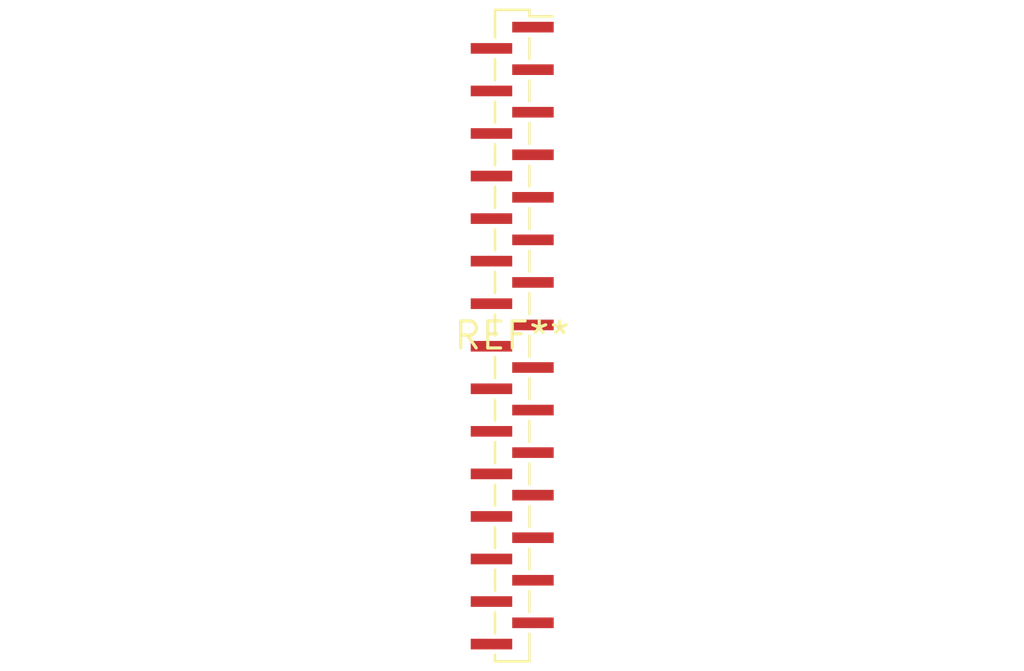
<source format=kicad_pcb>
(kicad_pcb (version 20240108) (generator pcbnew)
  (layers (0 "F.Cu" signal) (31 "B.Cu" signal) (34 "B.Paste" user) (35 "F.Paste" user) (36 "B.SilkS" user "B.Silkscreen") (37 "F.SilkS" user "F.Silkscreen") (38 "B.Mask" user) (39 "F.Mask" user) (44 "Edge.Cuts" user))
  (net 0 "")
  (footprint "PinSocket_1x30_P1.00mm_Vertical_SMD_Pin1Right" (layer "F.Cu") (at 0 0)
    (property "Reference" "REF**")
    (property "Value" "PinSocket_1x30_P1.00mm_Vertical_SMD_Pin1Right")
    (fp_line (start -0.81 -15.31) (end -0.81 -14.01) (layer "F.SilkS") (stroke (width 0.12)))
    (fp_line (start -0.81 -15.31) (end 0.81 -15.31) (layer "F.SilkS") (stroke (width 0.12)))
    (fp_line (start -0.81 -12.99) (end -0.81 -12.01) (layer "F.SilkS") (stroke (width 0.12)))
    (fp_line (start -0.81 -10.99) (end -0.81 -10.01) (layer "F.SilkS") (stroke (width 0.12)))
    (fp_line (start -0.81 -8.99) (end -0.81 -8.01) (layer "F.SilkS") (stroke (width 0.12)))
    (fp_line (start -0.81 -6.99) (end -0.81 -6.01) (layer "F.SilkS") (stroke (width 0.12)))
    (fp_line (start -0.81 -4.99) (end -0.81 -4.01) (layer "F.SilkS") (stroke (width 0.12)))
    (fp_line (start -0.81 -2.99) (end -0.81 -2.01) (layer "F.SilkS") (stroke (width 0.12)))
    (fp_line (start -0.81 -0.99) (end -0.81 -0.01) (layer "F.SilkS") (stroke (width 0.12)))
    (fp_line (start -0.81 1.01) (end -0.81 1.99) (layer "F.SilkS") (stroke (width 0.12)))
    (fp_line (start -0.81 3.01) (end -0.81 3.99) (layer "F.SilkS") (stroke (width 0.12)))
    (fp_line (start -0.81 5.01) (end -0.81 5.99) (layer "F.SilkS") (stroke (width 0.12)))
    (fp_line (start -0.81 7.01) (end -0.81 7.99) (layer "F.SilkS") (stroke (width 0.12)))
    (fp_line (start -0.81 9.01) (end -0.81 9.99) (layer "F.SilkS") (stroke (width 0.12)))
    (fp_line (start -0.81 11.01) (end -0.81 11.99) (layer "F.SilkS") (stroke (width 0.12)))
    (fp_line (start -0.81 13.01) (end -0.81 13.99) (layer "F.SilkS") (stroke (width 0.12)))
    (fp_line (start -0.81 15.01) (end -0.81 15.31) (layer "F.SilkS") (stroke (width 0.12)))
    (fp_line (start -0.81 15.31) (end 0.81 15.31) (layer "F.SilkS") (stroke (width 0.12)))
    (fp_line (start 0.81 -15.31) (end 0.81 -15.01) (layer "F.SilkS") (stroke (width 0.12)))
    (fp_line (start 0.81 -15.01) (end 1.89 -15.01) (layer "F.SilkS") (stroke (width 0.12)))
    (fp_line (start 0.81 -13.99) (end 0.81 -13.01) (layer "F.SilkS") (stroke (width 0.12)))
    (fp_line (start 0.81 -11.99) (end 0.81 -11.01) (layer "F.SilkS") (stroke (width 0.12)))
    (fp_line (start 0.81 -9.99) (end 0.81 -9.01) (layer "F.SilkS") (stroke (width 0.12)))
    (fp_line (start 0.81 -7.99) (end 0.81 -7.01) (layer "F.SilkS") (stroke (width 0.12)))
    (fp_line (start 0.81 -5.99) (end 0.81 -5.01) (layer "F.SilkS") (stroke (width 0.12)))
    (fp_line (start 0.81 -3.99) (end 0.81 -3.01) (layer "F.SilkS") (stroke (width 0.12)))
    (fp_line (start 0.81 -1.99) (end 0.81 -1.01) (layer "F.SilkS") (stroke (width 0.12)))
    (fp_line (start 0.81 0.01) (end 0.81 0.99) (layer "F.SilkS") (stroke (width 0.12)))
    (fp_line (start 0.81 2.01) (end 0.81 2.99) (layer "F.SilkS") (stroke (width 0.12)))
    (fp_line (start 0.81 4.01) (end 0.81 4.99) (layer "F.SilkS") (stroke (width 0.12)))
    (fp_line (start 0.81 6.01) (end 0.81 6.99) (layer "F.SilkS") (stroke (width 0.12)))
    (fp_line (start 0.81 8.01) (end 0.81 8.99) (layer "F.SilkS") (stroke (width 0.12)))
    (fp_line (start 0.81 10.01) (end 0.81 10.99) (layer "F.SilkS") (stroke (width 0.12)))
    (fp_line (start 0.81 12.01) (end 0.81 12.99) (layer "F.SilkS") (stroke (width 0.12)))
    (fp_line (start 0.81 14.01) (end 0.81 15.31) (layer "F.SilkS") (stroke (width 0.12)))
    (pad "1" smd rect (at 0.975 -14.5) (size 1.95 0.5) (layers "F.Cu" "F.Paste" "F.Mask"))
    (pad "2" smd rect (at -0.975 -13.5) (size 1.95 0.5) (layers "F.Cu" "F.Paste" "F.Mask"))
    (pad "3" smd rect (at 0.975 -12.5) (size 1.95 0.5) (layers "F.Cu" "F.Paste" "F.Mask"))
    (pad "4" smd rect (at -0.975 -11.5) (size 1.95 0.5) (layers "F.Cu" "F.Paste" "F.Mask"))
    (pad "5" smd rect (at 0.975 -10.5) (size 1.95 0.5) (layers "F.Cu" "F.Paste" "F.Mask"))
    (pad "6" smd rect (at -0.975 -9.5) (size 1.95 0.5) (layers "F.Cu" "F.Paste" "F.Mask"))
    (pad "7" smd rect (at 0.975 -8.5) (size 1.95 0.5) (layers "F.Cu" "F.Paste" "F.Mask"))
    (pad "8" smd rect (at -0.975 -7.5) (size 1.95 0.5) (layers "F.Cu" "F.Paste" "F.Mask"))
    (pad "9" smd rect (at 0.975 -6.5) (size 1.95 0.5) (layers "F.Cu" "F.Paste" "F.Mask"))
    (pad "10" smd rect (at -0.975 -5.5) (size 1.95 0.5) (layers "F.Cu" "F.Paste" "F.Mask"))
    (pad "11" smd rect (at 0.975 -4.5) (size 1.95 0.5) (layers "F.Cu" "F.Paste" "F.Mask"))
    (pad "12" smd rect (at -0.975 -3.5) (size 1.95 0.5) (layers "F.Cu" "F.Paste" "F.Mask"))
    (pad "13" smd rect (at 0.975 -2.5) (size 1.95 0.5) (layers "F.Cu" "F.Paste" "F.Mask"))
    (pad "14" smd rect (at -0.975 -1.5) (size 1.95 0.5) (layers "F.Cu" "F.Paste" "F.Mask"))
    (pad "15" smd rect (at 0.975 -0.5) (size 1.95 0.5) (layers "F.Cu" "F.Paste" "F.Mask"))
    (pad "16" smd rect (at -0.975 0.5) (size 1.95 0.5) (layers "F.Cu" "F.Paste" "F.Mask"))
    (pad "17" smd rect (at 0.975 1.5) (size 1.95 0.5) (layers "F.Cu" "F.Paste" "F.Mask"))
    (pad "18" smd rect (at -0.975 2.5) (size 1.95 0.5) (layers "F.Cu" "F.Paste" "F.Mask"))
    (pad "19" smd rect (at 0.975 3.5) (size 1.95 0.5) (layers "F.Cu" "F.Paste" "F.Mask"))
    (pad "20" smd rect (at -0.975 4.5) (size 1.95 0.5) (layers "F.Cu" "F.Paste" "F.Mask"))
    (pad "21" smd rect (at 0.975 5.5) (size 1.95 0.5) (layers "F.Cu" "F.Paste" "F.Mask"))
    (pad "22" smd rect (at -0.975 6.5) (size 1.95 0.5) (layers "F.Cu" "F.Paste" "F.Mask"))
    (pad "23" smd rect (at 0.975 7.5) (size 1.95 0.5) (layers "F.Cu" "F.Paste" "F.Mask"))
    (pad "24" smd rect (at -0.975 8.5) (size 1.95 0.5) (layers "F.Cu" "F.Paste" "F.Mask"))
    (pad "25" smd rect (at 0.975 9.5) (size 1.95 0.5) (layers "F.Cu" "F.Paste" "F.Mask"))
    (pad "26" smd rect (at -0.975 10.5) (size 1.95 0.5) (layers "F.Cu" "F.Paste" "F.Mask"))
    (pad "27" smd rect (at 0.975 11.5) (size 1.95 0.5) (layers "F.Cu" "F.Paste" "F.Mask"))
    (pad "28" smd rect (at -0.975 12.5) (size 1.95 0.5) (layers "F.Cu" "F.Paste" "F.Mask"))
    (pad "29" smd rect (at 0.975 13.5) (size 1.95 0.5) (layers "F.Cu" "F.Paste" "F.Mask"))
    (pad "30" smd rect (at -0.975 14.5) (size 1.95 0.5) (layers "F.Cu" "F.Paste" "F.Mask"))
  )
)
</source>
